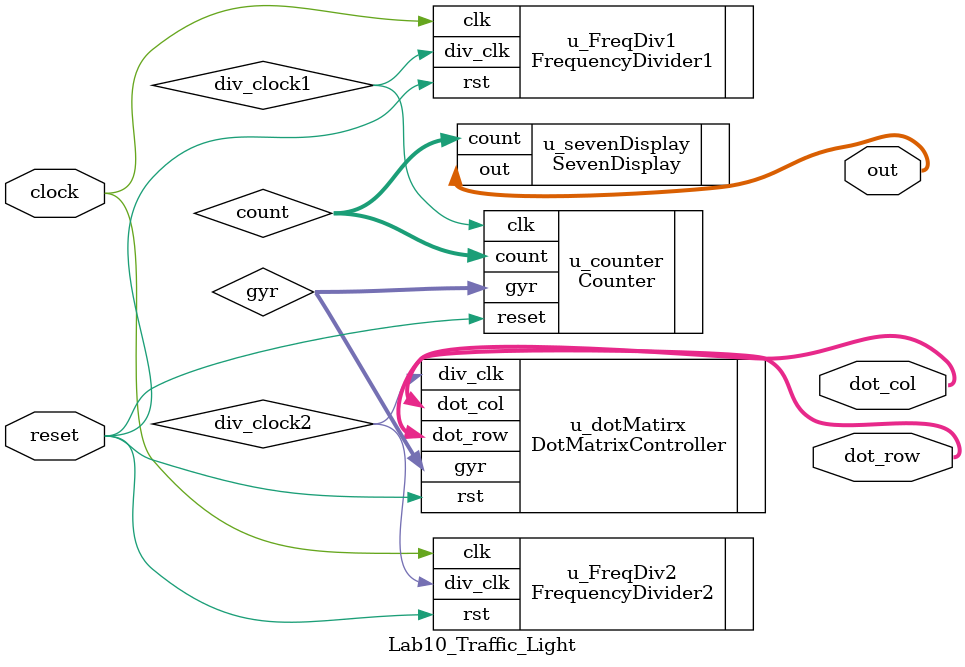
<source format=v>
module Lab10_Traffic_Light(clock, reset, dot_row, dot_col, out);
input clock, reset;
output [7:0] dot_row;
output [7:0] dot_col;
output [6:0] out; //seven display

wire div_clock1; //for seven-display
wire div_clock2; //for dot matrix
wire [7:0] dot_row;
wire [7:0] dot_col;
wire [1:0] gyr; //current light color
wire [3:0] count;
wire [6:0] out;

FrequencyDivider1 u_FreqDiv1(.clk(clock), .rst(reset), .div_clk(div_clock1));
FrequencyDivider2 u_FreqDiv2(.clk(clock), .rst(reset), .div_clk(div_clock2));

Counter u_counter(.clk(div_clock1), .reset(reset), .count(count), .gyr(gyr));
SevenDisplay u_sevenDisplay(.count(count), .out(out));

DotMatrixController u_dotMatirx(.div_clk(div_clock2), .rst(reset), .gyr(gyr), .dot_row(dot_row), .dot_col(dot_col));

endmodule
</source>
